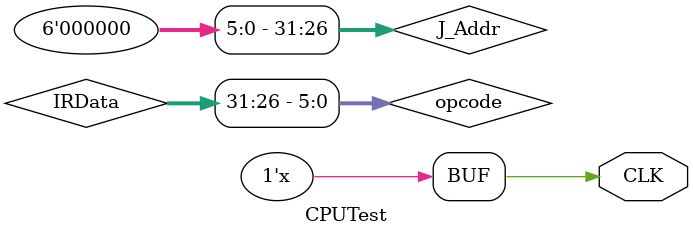
<source format=v>
`timescale 1ns / 1ps


module CPUTest(
    output reg CLK
    );
    always #5 CLK=~CLK;
    //PC
    wire PCWre,RST,IAddr;
    wire[31:0] PC_next;
    //PC_Control
    wire[31:0] J_Addr,Extend_Addr;
    wire[1:0] PC_Src;
    //InsMem
    wire InsMemRW;
    wire[31:0] IData;
    //IR
    wire[31:0] IRData;
    wire IRWre;
    //to Sep instruction
    wire[5:0] opcode=IRData[31:26];
    wire[4:0] rs=IData[25:21];
    wire[4:0] rt=IData[20:16];
    wire[4:0] rd=IData[15:11];
    wire[4:0] sa=IData[10:6];
    wire[15:0] other=IData[15:0];
    assign J_Addr=IData[25:0];
    //Write Reg
    wire[1:0] RegDst;
    wire[4:0] WreReg;
    wire[4:0] SelectTemp;
    assign SelectTemp=(RegDst[0]==0)?5'b0:rt;
    assign WreReg=(RegDst[1]==0)?SelectTemp:rd;
    //Write Data
    wire[31:0] DataOut;
    wire[31:0] WreData;
    wire WrRegDSrc;
    //RegFile
    wire RegWre;
    wire[31:0] DataRed1;
    wire[31:0] DataRed2;
    //ADR
    wire[31:0] ADRData;
    SaveReg ADR(CLK,DataRed1,ADRData);
    //BDR
    wire[31:0] BDRData;
    SaveReg BDR(CLK,DataRed2,BDRData);
    //To ALU
    wire[31:0] ALUA,ALUB;
    wire ALUSrcA,ALUSrcB;
    //ALU
    wire Sign,Zero;
    wire[31:0] Result;
    wire[2:0] ALUOp;
    //ALUoutDR
    wire[31:0] ALUResData;
    SaveReg ALUoutDR(CLK,Result,ALUResData);
    //DataMEM
    wire RD,WR;
    wire[31:0] DataMEMOut;
    //DBDR
    wire[31:0] DBDRIn;
    wire DBDataSrc;
    Select_32 DBDR_Select_(DBDataSrc,Result,DataMEMOut,DBDRIn);
    wire[31:0] DBDROut;
    SaveReg DBDR(CLK,DBDRIn,DBDROut);
    //Extend
    wire ExtSel;
    Extend Extend_(ExtSel,other,Extend_Addr);
    PC PC_(CLK,RST,PCWre,PC_next,IAddr);
    PC_Control PC_Control_(IAddr,J_Addr,Extend_Addr,PC_Src,PC_next);
    InsMem InsMem_(IAddr,InsMemRW,IData);
    IR IR_(CLK,IRWre,IData,IRData);
    Select_32 WreDataSelect_(WrRegDSrc,IAddr,DBDROut,DataOut);
    RegFile RegFile_(CLK,RST,RegWre,rs,rt,WreReg,DataOut,DataRed1,DataRed2);
    Select_32 ALU_Select1(ALUSrcA,ADRData,{27'b0,sa},ALUA);
    Select_32 ALU_Select2(ALUSrcB,BDRData,Extend_Addr,ALUB);
    ALU ALU_(ALUOp,ALUA,ALUB,Sign,Zero,Result);
    DataMEM DataMEM_(ALUResData,BDRData,RD,WR,DataMEMOut);
    ControlUnit ControlUnit_(CLK,RST,opcode,Zero,Sign,RegDst,InsMemRW,PCWre,ExtSel,DBDataSrc,WR,ALUSrcB,ALUSrcA,PC_Src,ALUOp,RegWre,RD);
    initial
        begin
            CLK=0;
        end
endmodule
</source>
